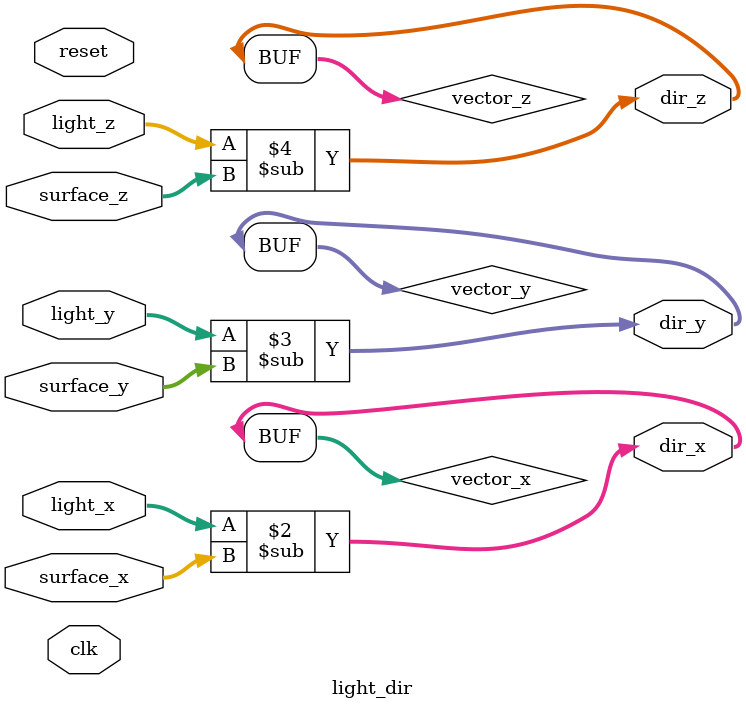
<source format=sv>
`timescale 1ns / 1ps


module light_dir(
    input clk, reset,
    input [15:0]light_x,light_y,light_z,        // x,y,z coordinates of light source
    input [15:0]surface_x,surface_y,surface_z,  // coordinates of object
    output [15:0]dir_x,dir_y,dir_z              // light vectors
    );
    
    logic [15:0]vector_x,vector_y,vector_z;
    
    always_comb begin
        vector_x = light_x - surface_x;
        vector_y = light_y - surface_y;
        vector_z = light_z - surface_z;
    end
    
    assign dir_x = vector_x;
    assign dir_y = vector_y;
    assign dir_z = vector_z;
    
endmodule

</source>
